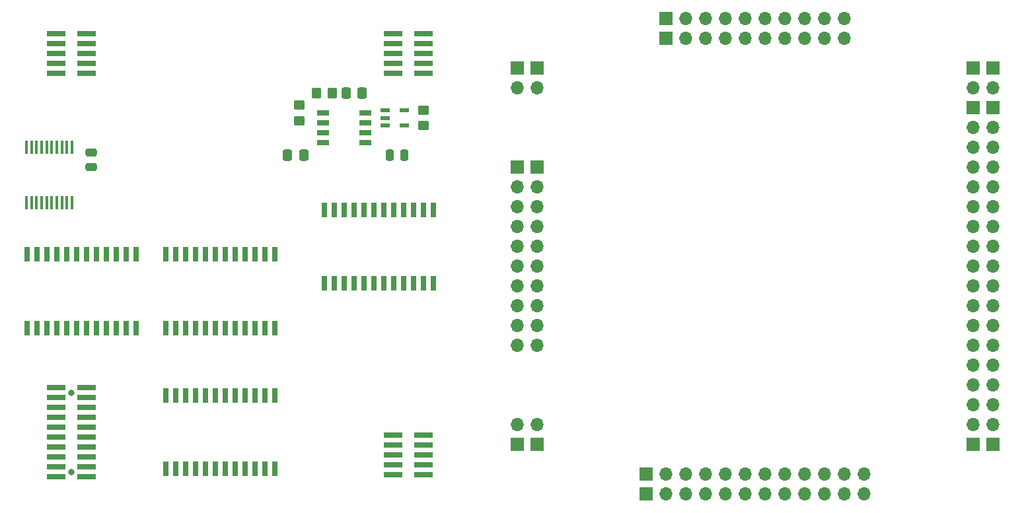
<source format=gbr>
%TF.GenerationSoftware,KiCad,Pcbnew,(6.0.5)*%
%TF.CreationDate,2022-08-09T14:26:54+02:00*%
%TF.ProjectId,MPU Signals,4d505520-5369-4676-9e61-6c732e6b6963,rev?*%
%TF.SameCoordinates,Original*%
%TF.FileFunction,Soldermask,Bot*%
%TF.FilePolarity,Negative*%
%FSLAX46Y46*%
G04 Gerber Fmt 4.6, Leading zero omitted, Abs format (unit mm)*
G04 Created by KiCad (PCBNEW (6.0.5)) date 2022-08-09 14:26:54*
%MOMM*%
%LPD*%
G01*
G04 APERTURE LIST*
G04 Aperture macros list*
%AMRoundRect*
0 Rectangle with rounded corners*
0 $1 Rounding radius*
0 $2 $3 $4 $5 $6 $7 $8 $9 X,Y pos of 4 corners*
0 Add a 4 corners polygon primitive as box body*
4,1,4,$2,$3,$4,$5,$6,$7,$8,$9,$2,$3,0*
0 Add four circle primitives for the rounded corners*
1,1,$1+$1,$2,$3*
1,1,$1+$1,$4,$5*
1,1,$1+$1,$6,$7*
1,1,$1+$1,$8,$9*
0 Add four rect primitives between the rounded corners*
20,1,$1+$1,$2,$3,$4,$5,0*
20,1,$1+$1,$4,$5,$6,$7,0*
20,1,$1+$1,$6,$7,$8,$9,0*
20,1,$1+$1,$8,$9,$2,$3,0*%
G04 Aperture macros list end*
%ADD10R,1.700000X1.700000*%
%ADD11O,1.700000X1.700000*%
%ADD12R,0.650000X1.925000*%
%ADD13RoundRect,0.250000X-0.450000X0.350000X-0.450000X-0.350000X0.450000X-0.350000X0.450000X0.350000X0*%
%ADD14RoundRect,0.250000X0.250000X0.475000X-0.250000X0.475000X-0.250000X-0.475000X0.250000X-0.475000X0*%
%ADD15R,2.400000X0.650000*%
%ADD16R,0.450000X1.800000*%
%ADD17C,0.800000*%
%ADD18RoundRect,0.250000X-0.350000X-0.450000X0.350000X-0.450000X0.350000X0.450000X-0.350000X0.450000X0*%
%ADD19RoundRect,0.250000X0.450000X-0.350000X0.450000X0.350000X-0.450000X0.350000X-0.450000X-0.350000X0*%
%ADD20R,1.550000X0.650000*%
%ADD21RoundRect,0.250000X0.337500X0.475000X-0.337500X0.475000X-0.337500X-0.475000X0.337500X-0.475000X0*%
%ADD22R,1.250000X0.600000*%
%ADD23RoundRect,0.250000X-0.337500X-0.475000X0.337500X-0.475000X0.337500X0.475000X-0.337500X0.475000X0*%
%ADD24RoundRect,0.250000X0.475000X-0.250000X0.475000X0.250000X-0.475000X0.250000X-0.475000X-0.250000X0*%
G04 APERTURE END LIST*
D10*
%TO.C,J14*%
X146055000Y-77470000D03*
D11*
X148595000Y-77470000D03*
X151135000Y-77470000D03*
X153675000Y-77470000D03*
X156215000Y-77470000D03*
X158755000Y-77470000D03*
X161295000Y-77470000D03*
X163835000Y-77470000D03*
X166375000Y-77470000D03*
X168915000Y-77470000D03*
%TD*%
D10*
%TO.C,J13*%
X146055000Y-74930000D03*
D11*
X148595000Y-74930000D03*
X151135000Y-74930000D03*
X153675000Y-74930000D03*
X156215000Y-74930000D03*
X158755000Y-74930000D03*
X161295000Y-74930000D03*
X163835000Y-74930000D03*
X166375000Y-74930000D03*
X168915000Y-74930000D03*
%TD*%
D10*
%TO.C,J15*%
X143510000Y-133350000D03*
D11*
X146050000Y-133350000D03*
X148590000Y-133350000D03*
X151130000Y-133350000D03*
X153670000Y-133350000D03*
X156210000Y-133350000D03*
X158750000Y-133350000D03*
X161290000Y-133350000D03*
X163830000Y-133350000D03*
X166370000Y-133350000D03*
X168910000Y-133350000D03*
X171450000Y-133350000D03*
%TD*%
D12*
%TO.C,IC11*%
X95885000Y-132664500D03*
X94615000Y-132664500D03*
X93345000Y-132664500D03*
X92075000Y-132664500D03*
X90805000Y-132664500D03*
X89535000Y-132664500D03*
X88265000Y-132664500D03*
X86995000Y-132664500D03*
X85725000Y-132664500D03*
X84455000Y-132664500D03*
X83185000Y-132664500D03*
X81915000Y-132664500D03*
X81915000Y-123240500D03*
X83185000Y-123240500D03*
X84455000Y-123240500D03*
X85725000Y-123240500D03*
X86995000Y-123240500D03*
X88265000Y-123240500D03*
X89535000Y-123240500D03*
X90805000Y-123240500D03*
X92075000Y-123240500D03*
X93345000Y-123240500D03*
X94615000Y-123240500D03*
X95885000Y-123240500D03*
%TD*%
D13*
%TO.C,R5*%
X99060000Y-85995000D03*
X99060000Y-87995000D03*
%TD*%
D10*
%TO.C,J8*%
X187960000Y-129540000D03*
D11*
X187960000Y-127000000D03*
%TD*%
D14*
%TO.C,C6*%
X112524996Y-92392500D03*
X110624996Y-92392500D03*
%TD*%
D10*
%TO.C,J9*%
X185420000Y-81280000D03*
D11*
X185420000Y-83820000D03*
%TD*%
D10*
%TO.C,J2*%
X129540000Y-129540000D03*
D11*
X129540000Y-127000000D03*
%TD*%
D12*
%TO.C,IC14*%
X116205000Y-108852000D03*
X114935000Y-108852000D03*
X113665000Y-108852000D03*
X112395000Y-108852000D03*
X111125000Y-108852000D03*
X109855000Y-108852000D03*
X108585000Y-108852000D03*
X107315000Y-108852000D03*
X106045000Y-108852000D03*
X104775000Y-108852000D03*
X103505000Y-108852000D03*
X102235000Y-108852000D03*
X102235000Y-99428000D03*
X103505000Y-99428000D03*
X104775000Y-99428000D03*
X106045000Y-99428000D03*
X107315000Y-99428000D03*
X108585000Y-99428000D03*
X109855000Y-99428000D03*
X111125000Y-99428000D03*
X112395000Y-99428000D03*
X113665000Y-99428000D03*
X114935000Y-99428000D03*
X116205000Y-99428000D03*
%TD*%
D15*
%TO.C,J18*%
X71800008Y-76860000D03*
X71800008Y-78130000D03*
X71800008Y-79400000D03*
X71800008Y-80670000D03*
X71800008Y-81940000D03*
X67900008Y-81940000D03*
X67900008Y-80670000D03*
X67900008Y-79400000D03*
X67900008Y-78130000D03*
X67900008Y-76860000D03*
%TD*%
D10*
%TO.C,J6*%
X187960000Y-81280000D03*
D11*
X187960000Y-83820000D03*
%TD*%
D15*
%TO.C,J23*%
X114980008Y-128295000D03*
X114980008Y-129565000D03*
X114980008Y-130835000D03*
X114980008Y-132105000D03*
X114980008Y-133375000D03*
X111080008Y-133375000D03*
X111080008Y-132105000D03*
X111080008Y-130835000D03*
X111080008Y-129565000D03*
X111080008Y-128295000D03*
%TD*%
D16*
%TO.C,IC18*%
X69917500Y-98482500D03*
X69267500Y-98482500D03*
X68617500Y-98482500D03*
X67967500Y-98482500D03*
X67317500Y-98482500D03*
X66667500Y-98482500D03*
X66017500Y-98482500D03*
X65367500Y-98482500D03*
X64717500Y-98482500D03*
X64067500Y-98482500D03*
X64067500Y-91382500D03*
X64717500Y-91382500D03*
X65367500Y-91382500D03*
X66017500Y-91382500D03*
X66667500Y-91382500D03*
X67317500Y-91382500D03*
X67967500Y-91382500D03*
X68617500Y-91382500D03*
X69267500Y-91382500D03*
X69917500Y-91382500D03*
%TD*%
D17*
%TO.C,J19*%
X69850008Y-133032500D03*
X69850008Y-122872500D03*
D15*
X71800008Y-122237500D03*
X71800008Y-123507500D03*
X71800008Y-124777500D03*
X71800008Y-126047500D03*
X71800008Y-127317500D03*
X71800008Y-128587500D03*
X71800008Y-129857500D03*
X71800008Y-131127500D03*
X71800008Y-132397500D03*
X71800008Y-133667500D03*
X67900008Y-133667500D03*
X67900008Y-132397500D03*
X67900008Y-131127500D03*
X67900008Y-129857500D03*
X67900008Y-128587500D03*
X67900008Y-127317500D03*
X67900008Y-126047500D03*
X67900008Y-124777500D03*
X67900008Y-123507500D03*
X67900008Y-122237500D03*
%TD*%
D18*
%TO.C,R6*%
X101235000Y-84455000D03*
X103235000Y-84455000D03*
%TD*%
D10*
%TO.C,J10*%
X185420000Y-129540000D03*
D11*
X185420000Y-127000000D03*
%TD*%
D19*
%TO.C,R4*%
X114935000Y-88640000D03*
X114935000Y-86640000D03*
%TD*%
D20*
%TO.C,IC9*%
X107499996Y-86995000D03*
X107499996Y-88265000D03*
X107499996Y-89535000D03*
X107499996Y-90805000D03*
X102049996Y-90805000D03*
X102049996Y-89535000D03*
X102049996Y-88265000D03*
X102049996Y-86995000D03*
%TD*%
D10*
%TO.C,J7*%
X187960000Y-86360000D03*
D11*
X187960000Y-88900000D03*
X187960000Y-91440000D03*
X187960000Y-93980000D03*
X187960000Y-96520000D03*
X187960000Y-99060000D03*
X187960000Y-101600000D03*
X187960000Y-104140000D03*
X187960000Y-106680000D03*
X187960000Y-109220000D03*
X187960000Y-111760000D03*
X187960000Y-114300000D03*
X187960000Y-116840000D03*
X187960000Y-119380000D03*
X187960000Y-121920000D03*
X187960000Y-124460000D03*
%TD*%
D21*
%TO.C,C7*%
X99592496Y-92392500D03*
X97517496Y-92392500D03*
%TD*%
D10*
%TO.C,J3*%
X127000000Y-81280000D03*
D11*
X127000000Y-83820000D03*
%TD*%
D22*
%TO.C,IC10*%
X110004996Y-88590000D03*
X110004996Y-87640000D03*
X110004996Y-86690000D03*
X112504996Y-86690000D03*
X112504996Y-88590000D03*
%TD*%
D10*
%TO.C,J1*%
X129540000Y-81280000D03*
D11*
X129540000Y-83820000D03*
%TD*%
D12*
%TO.C,IC12*%
X78105000Y-114567000D03*
X76835000Y-114567000D03*
X75565000Y-114567000D03*
X74295000Y-114567000D03*
X73025000Y-114567000D03*
X71755000Y-114567000D03*
X70485000Y-114567000D03*
X69215000Y-114567000D03*
X67945000Y-114567000D03*
X66675000Y-114567000D03*
X65405000Y-114567000D03*
X64135000Y-114567000D03*
X64135000Y-105143000D03*
X65405000Y-105143000D03*
X66675000Y-105143000D03*
X67945000Y-105143000D03*
X69215000Y-105143000D03*
X70485000Y-105143000D03*
X71755000Y-105143000D03*
X73025000Y-105143000D03*
X74295000Y-105143000D03*
X75565000Y-105143000D03*
X76835000Y-105143000D03*
X78105000Y-105143000D03*
%TD*%
D23*
%TO.C,C8*%
X105007500Y-84455000D03*
X107082500Y-84455000D03*
%TD*%
D24*
%TO.C,C3*%
X72390000Y-93977500D03*
X72390000Y-92077500D03*
%TD*%
D15*
%TO.C,J21*%
X114980008Y-76860000D03*
X114980008Y-78130000D03*
X114980008Y-79400000D03*
X114980008Y-80670000D03*
X114980008Y-81940000D03*
X111080008Y-81940000D03*
X111080008Y-80670000D03*
X111080008Y-79400000D03*
X111080008Y-78130000D03*
X111080008Y-76860000D03*
%TD*%
D10*
%TO.C,J16*%
X143510000Y-135890000D03*
D11*
X146050000Y-135890000D03*
X148590000Y-135890000D03*
X151130000Y-135890000D03*
X153670000Y-135890000D03*
X156210000Y-135890000D03*
X158750000Y-135890000D03*
X161290000Y-135890000D03*
X163830000Y-135890000D03*
X166370000Y-135890000D03*
X168910000Y-135890000D03*
X171450000Y-135890000D03*
%TD*%
D10*
%TO.C,J11*%
X129540000Y-93980000D03*
D11*
X129540000Y-96520000D03*
X129540000Y-99060000D03*
X129540000Y-101600000D03*
X129540000Y-104140000D03*
X129540000Y-106680000D03*
X129540000Y-109220000D03*
X129540000Y-111760000D03*
X129540000Y-114300000D03*
X129540000Y-116840000D03*
%TD*%
D12*
%TO.C,IC13*%
X95885000Y-114567000D03*
X94615000Y-114567000D03*
X93345000Y-114567000D03*
X92075000Y-114567000D03*
X90805000Y-114567000D03*
X89535000Y-114567000D03*
X88265000Y-114567000D03*
X86995000Y-114567000D03*
X85725000Y-114567000D03*
X84455000Y-114567000D03*
X83185000Y-114567000D03*
X81915000Y-114567000D03*
X81915000Y-105143000D03*
X83185000Y-105143000D03*
X84455000Y-105143000D03*
X85725000Y-105143000D03*
X86995000Y-105143000D03*
X88265000Y-105143000D03*
X89535000Y-105143000D03*
X90805000Y-105143000D03*
X92075000Y-105143000D03*
X93345000Y-105143000D03*
X94615000Y-105143000D03*
X95885000Y-105143000D03*
%TD*%
D10*
%TO.C,J5*%
X127000000Y-129540000D03*
D11*
X127000000Y-127000000D03*
%TD*%
D10*
%TO.C,J4*%
X127000000Y-93980000D03*
D11*
X127000000Y-96520000D03*
X127000000Y-99060000D03*
X127000000Y-101600000D03*
X127000000Y-104140000D03*
X127000000Y-106680000D03*
X127000000Y-109220000D03*
X127000000Y-111760000D03*
X127000000Y-114300000D03*
X127000000Y-116840000D03*
%TD*%
D10*
%TO.C,J12*%
X185420000Y-86360000D03*
D11*
X185420000Y-88900000D03*
X185420000Y-91440000D03*
X185420000Y-93980000D03*
X185420000Y-96520000D03*
X185420000Y-99060000D03*
X185420000Y-101600000D03*
X185420000Y-104140000D03*
X185420000Y-106680000D03*
X185420000Y-109220000D03*
X185420000Y-111760000D03*
X185420000Y-114300000D03*
X185420000Y-116840000D03*
X185420000Y-119380000D03*
X185420000Y-121920000D03*
X185420000Y-124460000D03*
%TD*%
M02*

</source>
